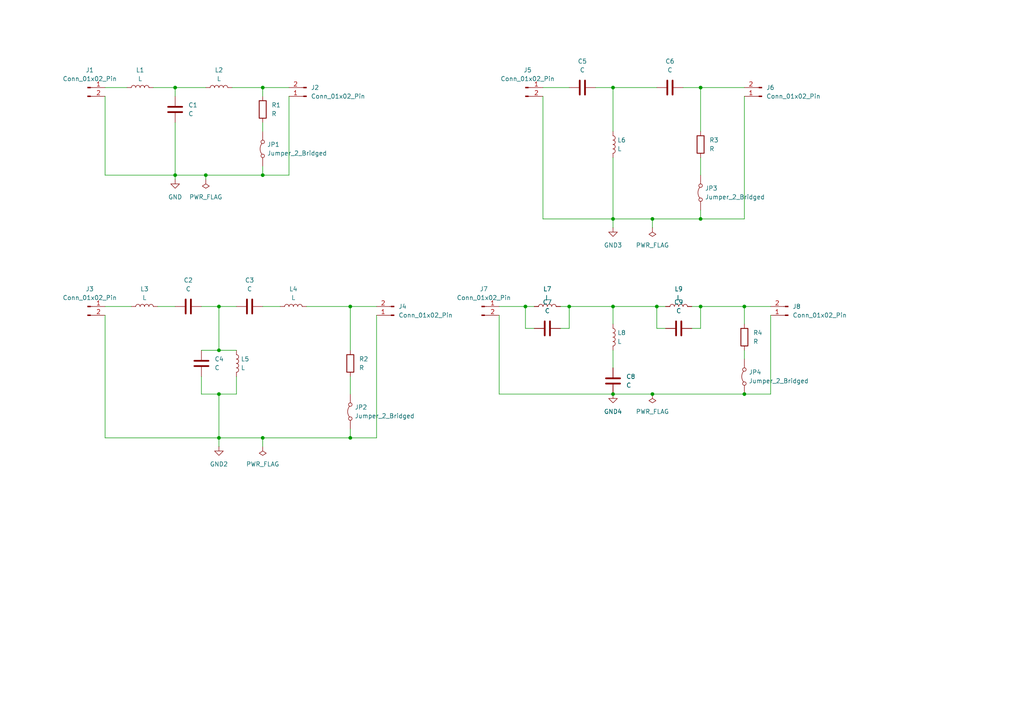
<source format=kicad_sch>
(kicad_sch (version 20231120) (generator "eeschema") (generator_version "8.0")
  (paper "A4")
  (title_block (title "Filtros PCB") (date "2024-08-28") (rev "Samuel Reyna") (company "Universidad Nacional Autonoma De Mexico"))
  (lib_symbols
    (symbol "Connector:Conn_01x02_Pin" (pin_names (offset 1.016) hide)
      (property "Reference" "J" (at 0 2.54 0))
      (property "Value" "Conn_01x02_Pin" (at 0 -5.08 0))
      (symbol "Conn_01x02_Pin_1_1"
        (polyline (pts (xy 1.27 -2.54) (xy 0.8636 -2.54)) (stroke (width 0.1524)))
        (polyline (pts (xy 1.27 0) (xy 0.8636 0)) (stroke (width 0.1524)))
        (rectangle (start 0.8636 -2.413) (end 0 -2.667) (stroke (width 0.1524)) (fill (type outline)))
        (rectangle (start 0.8636 0.127) (end 0 -0.127) (stroke (width 0.1524)) (fill (type outline)))
        (pin passive line (at 5.08 0 180) (length 3.81) (name "Pin_1") (number "1"))
        (pin passive line (at 5.08 -2.54 180) (length 3.81) (name "Pin_2") (number "2"))
      )
    )
    (symbol "Device:C" (pin_numbers hide) (pin_names (offset 0.254))
      (property "Reference" "C" (at 0.635 2.54 0))
      (property "Value" "C" (at 0.635 -2.54 0))
      (symbol "C_0_1"
        (polyline (pts (xy -2.032 -0.762) (xy 2.032 -0.762)) (stroke (width 0.508)))
        (polyline (pts (xy -2.032 0.762) (xy 2.032 0.762)) (stroke (width 0.508)))
      )
      (symbol "C_1_1"
        (pin passive line (at 0 3.81 270) (length 2.794) (name "~") (number "1"))
        (pin passive line (at 0 -3.81 90) (length 2.794) (name "~") (number "2"))
      )
    )
    (symbol "Device:L" (pin_numbers hide) (pin_names (offset 1.016) hide)
      (property "Reference" "L" (at -1.27 0 90))
      (property "Value" "L" (at 1.905 0 90))
      (symbol "L_0_1"
        (arc (start 0 -2.54) (mid 0.6323 -1.905) (end 0 -1.27))
        (arc (start 0 -1.27) (mid 0.6323 -0.635) (end 0 0))
        (arc (start 0 0) (mid 0.6323 0.635) (end 0 1.27))
        (arc (start 0 1.27) (mid 0.6323 1.905) (end 0 2.54))
      )
      (symbol "L_1_1"
        (pin passive line (at 0 3.81 270) (length 1.27) (name "1") (number "1"))
        (pin passive line (at 0 -3.81 90) (length 1.27) (name "2") (number "2"))
      )
    )
    (symbol "Device:R" (pin_numbers hide) (pin_names (offset 0))
      (property "Reference" "R" (at 2.032 0 90))
      (property "Value" "R" (at 0 0 90))
      (symbol "R_0_1"
        (rectangle (start -1.016 -2.54) (end 1.016 2.54) (stroke (width 0.254)))
      )
      (symbol "R_1_1"
        (pin passive line (at 0 3.81 270) (length 1.27) (name "~") (number "1"))
        (pin passive line (at 0 -3.81 90) (length 1.27) (name "~") (number "2"))
      )
    )
    (symbol "Jumper:Jumper_2_Bridged" (pin_numbers hide) (pin_names (offset 0) hide) (exclude_from_sim yes)
      (property "Reference" "JP" (at 0 1.905 0))
      (property "Value" "Jumper_2_Bridged" (at 0 -2.54 0))
      (symbol "Jumper_2_Bridged_0_0"
        (circle (center -2.032 0) (radius 0.508))
        (circle (center 2.032 0) (radius 0.508))
      )
      (symbol "Jumper_2_Bridged_0_1"
        (arc (start 1.524 0.254) (mid 0 0.762) (end -1.524 0.254))
      )
      (symbol "Jumper_2_Bridged_1_1"
        (pin passive line (at -5.08 0 0) (length 2.54) (name "A") (number "1"))
        (pin passive line (at 5.08 0 180) (length 2.54) (name "B") (number "2"))
      )
    )
    (symbol "power:GND" (power) (pin_numbers hide) (pin_names (offset 0) hide)
      (property "Value" "GND" (at 0 -3.81 0))
      (symbol "GND_0_1"
        (polyline (pts (xy 0 0) (xy 0 -1.27) (xy 1.27 -1.27) (xy 0 -2.54) (xy -1.27 -1.27) (xy 0 -1.27)))
      )
      (symbol "GND_1_1"
        (pin power_in line (at 0 0 270) (length 0) (name "~") (number "1"))
      )
    )
    (symbol "power:GND2" (power) (pin_numbers hide) (pin_names (offset 0) hide)
      (property "Value" "GND2" (at 0 -3.81 0))
      (symbol "GND2_0_1"
        (polyline (pts (xy 0 0) (xy 0 -1.27) (xy 1.27 -1.27) (xy 0 -2.54) (xy -1.27 -1.27) (xy 0 -1.27)))
      )
      (symbol "GND2_1_1"
        (pin power_in line (at 0 0 270) (length 0) (name "~") (number "1"))
      )
    )
    (symbol "power:GND3" (power) (pin_numbers hide) (pin_names (offset 0) hide)
      (property "Value" "GND3" (at 0 -3.81 0))
      (symbol "GND3_0_1"
        (polyline (pts (xy 0 0) (xy 0 -1.27) (xy 1.27 -1.27) (xy 0 -2.54) (xy -1.27 -1.27) (xy 0 -1.27)))
      )
      (symbol "GND3_1_1"
        (pin power_in line (at 0 0 270) (length 0) (name "~") (number "1"))
      )
    )
    (symbol "power:PWR_FLAG" (power) (pin_numbers hide) (pin_names (offset 0) hide)
      (property "Value" "PWR_FLAG" (at 0 3.81 0))
      (symbol "PWR_FLAG_0_0"
        (pin power_out line (at 0 0 90) (length 0) (name "~") (number "1"))
      )
      (symbol "PWR_FLAG_0_1"
        (polyline (pts (xy 0 0) (xy 0 1.27) (xy -1.016 1.905) (xy 0 2.54) (xy 1.016 1.905) (xy 0 1.27)))
      )
    )
  )
  (junction (at 177.8 114.3))
  (junction (at 76.2 50.8))
  (junction (at 190.5 88.9))
  (junction (at 189.23 114.3))
  (junction (at 177.8 88.9))
  (junction (at 63.5 88.9))
  (junction (at 203.2 25.4))
  (junction (at 76.2 25.4))
  (junction (at 101.6 88.9))
  (junction (at 63.5 114.3))
  (junction (at 215.9 88.9))
  (junction (at 63.5 101.6))
  (junction (at 177.8 25.4))
  (junction (at 50.8 50.8))
  (junction (at 177.8 63.5))
  (junction (at 59.69 50.8))
  (junction (at 152.4 88.9))
  (junction (at 50.8 25.4))
  (junction (at 101.6 127))
  (junction (at 203.2 88.9))
  (junction (at 76.2 127))
  (junction (at 63.5 127))
  (junction (at 203.2 63.5))
  (junction (at 215.9 114.3))
  (junction (at 189.23 63.5))
  (junction (at 165.1 88.9))
  (wire (pts (xy 200.66 88.9) (xy 203.2 88.9)))
  (wire (pts (xy 76.2 25.4) (xy 76.2 27.94)))
  (wire (pts (xy 63.5 127) (xy 76.2 127)))
  (wire (pts (xy 76.2 127) (xy 76.2 129.54)))
  (wire (pts (xy 63.5 127) (xy 30.48 127)))
  (wire (pts (xy 152.4 88.9) (xy 152.4 95.25)))
  (wire (pts (xy 177.8 63.5) (xy 177.8 66.04)))
  (wire (pts (xy 177.8 101.6) (xy 177.8 106.68)))
  (wire (pts (xy 203.2 60.96) (xy 203.2 63.5)))
  (wire (pts (xy 203.2 25.4) (xy 215.9 25.4)))
  (wire (pts (xy 215.9 114.3) (xy 223.52 114.3)))
  (wire (pts (xy 76.2 35.56) (xy 76.2 38.1)))
  (wire (pts (xy 157.48 25.4) (xy 165.1 25.4)))
  (wire (pts (xy 152.4 88.9) (xy 154.94 88.9)))
  (wire (pts (xy 109.22 91.44) (xy 109.22 127)))
  (wire (pts (xy 190.5 95.25) (xy 193.04 95.25)))
  (wire (pts (xy 198.12 25.4) (xy 203.2 25.4)))
  (wire (pts (xy 165.1 88.9) (xy 177.8 88.9)))
  (wire (pts (xy 63.5 101.6) (xy 68.58 101.6)))
  (wire (pts (xy 215.9 63.5) (xy 215.9 27.94)))
  (wire (pts (xy 50.8 52.07) (xy 50.8 50.8)))
  (wire (pts (xy 58.42 101.6) (xy 63.5 101.6)))
  (wire (pts (xy 88.9 88.9) (xy 101.6 88.9)))
  (wire (pts (xy 189.23 63.5) (xy 203.2 63.5)))
  (wire (pts (xy 203.2 88.9) (xy 215.9 88.9)))
  (wire (pts (xy 58.42 109.22) (xy 58.42 114.3)))
  (wire (pts (xy 177.8 25.4) (xy 190.5 25.4)))
  (wire (pts (xy 189.23 114.3) (xy 215.9 114.3)))
  (wire (pts (xy 177.8 88.9) (xy 177.8 93.98)))
  (wire (pts (xy 63.5 88.9) (xy 63.5 101.6)))
  (wire (pts (xy 177.8 114.3) (xy 189.23 114.3)))
  (wire (pts (xy 63.5 127) (xy 63.5 129.54)))
  (wire (pts (xy 152.4 95.25) (xy 154.94 95.25)))
  (wire (pts (xy 144.78 114.3) (xy 177.8 114.3)))
  (wire (pts (xy 144.78 88.9) (xy 152.4 88.9)))
  (wire (pts (xy 157.48 27.94) (xy 157.48 63.5)))
  (wire (pts (xy 162.56 88.9) (xy 165.1 88.9)))
  (wire (pts (xy 63.5 88.9) (xy 68.58 88.9)))
  (wire (pts (xy 30.48 50.8) (xy 50.8 50.8)))
  (wire (pts (xy 177.8 63.5) (xy 189.23 63.5)))
  (wire (pts (xy 165.1 88.9) (xy 165.1 95.25)))
  (wire (pts (xy 109.22 127) (xy 101.6 127)))
  (wire (pts (xy 83.82 50.8) (xy 83.82 27.94)))
  (wire (pts (xy 76.2 25.4) (xy 83.82 25.4)))
  (wire (pts (xy 162.56 95.25) (xy 165.1 95.25)))
  (wire (pts (xy 59.69 50.8) (xy 59.69 52.07)))
  (wire (pts (xy 203.2 45.72) (xy 203.2 50.8)))
  (wire (pts (xy 44.45 25.4) (xy 50.8 25.4)))
  (wire (pts (xy 223.52 114.3) (xy 223.52 91.44)))
  (wire (pts (xy 50.8 50.8) (xy 59.69 50.8)))
  (wire (pts (xy 215.9 88.9) (xy 215.9 93.98)))
  (wire (pts (xy 190.5 88.9) (xy 193.04 88.9)))
  (wire (pts (xy 58.42 88.9) (xy 63.5 88.9)))
  (wire (pts (xy 189.23 63.5) (xy 189.23 66.04)))
  (wire (pts (xy 45.72 88.9) (xy 50.8 88.9)))
  (wire (pts (xy 68.58 114.3) (xy 68.58 109.22)))
  (wire (pts (xy 190.5 88.9) (xy 190.5 95.25)))
  (wire (pts (xy 203.2 88.9) (xy 203.2 95.25)))
  (wire (pts (xy 30.48 88.9) (xy 38.1 88.9)))
  (wire (pts (xy 30.48 127) (xy 30.48 91.44)))
  (wire (pts (xy 63.5 114.3) (xy 68.58 114.3)))
  (wire (pts (xy 177.8 38.1) (xy 177.8 25.4)))
  (wire (pts (xy 101.6 127) (xy 101.6 124.46)))
  (wire (pts (xy 76.2 48.26) (xy 76.2 50.8)))
  (wire (pts (xy 76.2 50.8) (xy 83.82 50.8)))
  (wire (pts (xy 177.8 45.72) (xy 177.8 63.5)))
  (wire (pts (xy 144.78 91.44) (xy 144.78 114.3)))
  (wire (pts (xy 50.8 25.4) (xy 59.69 25.4)))
  (wire (pts (xy 157.48 63.5) (xy 177.8 63.5)))
  (wire (pts (xy 215.9 88.9) (xy 223.52 88.9)))
  (wire (pts (xy 203.2 63.5) (xy 215.9 63.5)))
  (wire (pts (xy 76.2 127) (xy 101.6 127)))
  (wire (pts (xy 50.8 35.56) (xy 50.8 50.8)))
  (wire (pts (xy 101.6 88.9) (xy 101.6 101.6)))
  (wire (pts (xy 67.31 25.4) (xy 76.2 25.4)))
  (wire (pts (xy 215.9 101.6) (xy 215.9 104.14)))
  (wire (pts (xy 203.2 25.4) (xy 203.2 38.1)))
  (wire (pts (xy 63.5 114.3) (xy 63.5 127)))
  (wire (pts (xy 101.6 109.22) (xy 101.6 114.3)))
  (wire (pts (xy 59.69 50.8) (xy 76.2 50.8)))
  (wire (pts (xy 76.2 88.9) (xy 81.28 88.9)))
  (wire (pts (xy 101.6 88.9) (xy 109.22 88.9)))
  (wire (pts (xy 177.8 88.9) (xy 190.5 88.9)))
  (wire (pts (xy 30.48 25.4) (xy 36.83 25.4)))
  (wire (pts (xy 30.48 27.94) (xy 30.48 50.8)))
  (wire (pts (xy 200.66 95.25) (xy 203.2 95.25)))
  (wire (pts (xy 58.42 114.3) (xy 63.5 114.3)))
  (wire (pts (xy 50.8 25.4) (xy 50.8 27.94)))
  (wire (pts (xy 172.72 25.4) (xy 177.8 25.4)))
  (symbol (lib_id "Device:L") (at 177.8 41.91 0) (unit 1)
    (property "Reference" "L6" (at 179.07 40.6399 0) (effects (justify left)))
    (property "Value" "L" (at 179.07 43.1799 0) (effects (justify left)))
    (property "Footprint" "Inductor_SMD:L_0201_0603Metric" (effects (hide yes)))
    (property "Description" "Inductor" (effects (hide yes)))
  )
  (symbol (lib_id "Connector:Conn_01x02_Pin") (at 114.3 91.44 180) (unit 1)
    (property "Reference" "J4" (at 115.57 88.8999 0) (effects (justify right)))
    (property "Value" "Conn_01x02_Pin" (at 115.57 91.4399 0) (effects (justify right)))
    (property "Footprint" "Connector_PinHeader_1.00mm:PinHeader_1x02_P1.00mm_Horizontal" (effects (hide yes)))
    (property "Description" "Generic connector, single row, 01x02, script generated" (effects (hide yes)))
  )
  (symbol (lib_id "Connector:Conn_01x02_Pin") (at 88.9 27.94 180) (unit 1)
    (property "Reference" "J2" (at 90.17 25.3999 0) (effects (justify right)))
    (property "Value" "Conn_01x02_Pin" (at 90.17 27.9399 0) (effects (justify right)))
    (property "Footprint" "Connector_PinHeader_1.00mm:PinHeader_1x02_P1.00mm_Horizontal" (effects (hide yes)))
    (property "Description" "Generic connector, single row, 01x02, script generated" (effects (hide yes)))
  )
  (symbol (lib_id "Connector:Conn_01x02_Pin") (at 25.4 88.9 0) (unit 1)
    (property "Reference" "J3" (at 26.035 83.82 0))
    (property "Value" "Conn_01x02_Pin" (at 26.035 86.36 0))
    (property "Footprint" "Connector_PinHeader_1.00mm:PinHeader_1x02_P1.00mm_Horizontal" (effects (hide yes)))
    (property "Description" "Generic connector, single row, 01x02, script generated" (effects (hide yes)))
  )
  (symbol (lib_id "Device:R") (at 76.2 31.75 0) (unit 1)
    (property "Reference" "R1" (at 78.74 30.4799 0) (effects (justify left)))
    (property "Value" "R" (at 78.74 33.0199 0) (effects (justify left)))
    (property "Footprint" "Resistor_SMD:R_0201_0603Metric" (effects (hide yes)))
    (property "Description" "Resistor" (effects (hide yes)))
  )
  (symbol (lib_id "Device:L") (at 196.85 88.9 90) (unit 1)
    (property "Reference" "L9" (at 196.85 83.82 90))
    (property "Value" "L" (at 196.85 86.36 90))
    (property "Footprint" "Inductor_SMD:L_0201_0603Metric" (effects (hide yes)))
    (property "Description" "Inductor" (effects (hide yes)))
  )
  (symbol (lib_id "Device:C") (at 58.42 105.41 0) (unit 1)
    (property "Reference" "C4" (at 62.23 104.1399 0) (effects (justify left)))
    (property "Value" "C" (at 62.23 106.6799 0) (effects (justify left)))
    (property "Footprint" "Capacitor_SMD:C_0201_0603Metric" (effects (hide yes)))
    (property "Description" "Unpolarized capacitor" (effects (hide yes)))
  )
  (symbol (lib_id "Jumper:Jumper_2_Bridged") (at 203.2 55.88 90) (unit 1) (exclude_from_sim yes)
    (property "Reference" "JP3" (at 204.47 54.6099 90) (effects (justify right)))
    (property "Value" "Jumper_2_Bridged" (at 204.47 57.1499 90) (effects (justify right)))
    (property "Footprint" "TestPoint:TestPoint_2Pads_Pitch2.54mm_Drill0.8mm" (effects (hide yes)))
    (property "Description" "Jumper, 2-pole, closed/bridged" (effects (hide yes)))
  )
  (symbol (lib_id "Device:L") (at 63.5 25.4 90) (unit 1)
    (property "Reference" "L2" (at 63.5 20.32 90))
    (property "Value" "L" (at 63.5 22.86 90))
    (property "Footprint" "Inductor_SMD:L_0201_0603Metric" (effects (hide yes)))
    (property "Description" "Inductor" (effects (hide yes)))
  )
  (symbol (lib_id "Device:C") (at 168.91 25.4 90) (unit 1)
    (property "Reference" "C5" (at 168.91 17.78 90))
    (property "Value" "C" (at 168.91 20.32 90))
    (property "Footprint" "Capacitor_SMD:C_0201_0603Metric" (effects (hide yes)))
    (property "Description" "Unpolarized capacitor" (effects (hide yes)))
  )
  (symbol (lib_id "Device:L") (at 41.91 88.9 90) (unit 1)
    (property "Reference" "L3" (at 41.91 83.82 90))
    (property "Value" "L" (at 41.91 86.36 90))
    (property "Footprint" "Inductor_SMD:L_0201_0603Metric" (effects (hide yes)))
    (property "Description" "Inductor" (effects (hide yes)))
  )
  (symbol (lib_id "Jumper:Jumper_2_Bridged") (at 215.9 109.22 90) (unit 1) (exclude_from_sim yes)
    (property "Reference" "JP4" (at 217.17 107.9499 90) (effects (justify right)))
    (property "Value" "Jumper_2_Bridged" (at 217.17 110.4899 90) (effects (justify right)))
    (property "Footprint" "TestPoint:TestPoint_2Pads_Pitch2.54mm_Drill0.8mm" (effects (hide yes)))
    (property "Description" "Jumper, 2-pole, closed/bridged" (effects (hide yes)))
  )
  (symbol (lib_id "Device:C") (at 50.8 31.75 0) (unit 1)
    (property "Reference" "C1" (at 54.61 30.4799 0) (effects (justify left)))
    (property "Value" "C" (at 54.61 33.0199 0) (effects (justify left)))
    (property "Footprint" "Capacitor_SMD:C_0201_0603Metric" (effects (hide yes)))
    (property "Description" "Unpolarized capacitor" (effects (hide yes)))
  )
  (symbol (lib_id "power:GND") (at 177.8 114.3 0) (unit 1)
    (property "Reference" "#PWR04" (effects (hide yes)))
    (property "Value" "GND4" (at 177.8 119.38 0))
    (property "Description" "Power symbol creates a global label with name \"GND\" , ground" (effects (hide yes)))
  )
  (symbol (lib_id "Connector:Conn_01x02_Pin") (at 228.6 91.44 180) (unit 1)
    (property "Reference" "J8" (at 229.87 88.8999 0) (effects (justify right)))
    (property "Value" "Conn_01x02_Pin" (at 229.87 91.4399 0) (effects (justify right)))
    (property "Footprint" "Connector_PinHeader_1.00mm:PinHeader_1x02_P1.00mm_Horizontal" (effects (hide yes)))
    (property "Description" "Generic connector, single row, 01x02, script generated" (effects (hide yes)))
  )
  (symbol (lib_id "Device:C") (at 72.39 88.9 90) (unit 1)
    (property "Reference" "C3" (at 72.39 81.28 90))
    (property "Value" "C" (at 72.39 83.82 90))
    (property "Footprint" "Capacitor_SMD:C_0201_0603Metric" (effects (hide yes)))
    (property "Description" "Unpolarized capacitor" (effects (hide yes)))
  )
  (symbol (lib_id "power:GND") (at 50.8 52.07 0) (unit 1)
    (property "Reference" "#PWR01" (effects (hide yes)))
    (property "Value" "GND" (at 50.8 57.15 0))
    (property "Description" "Power symbol creates a global label with name \"GND\" , ground" (effects (hide yes)))
  )
  (symbol (lib_id "Device:L") (at 85.09 88.9 90) (unit 1)
    (property "Reference" "L4" (at 85.09 83.82 90))
    (property "Value" "L" (at 85.09 86.36 90))
    (property "Footprint" "Inductor_SMD:L_0201_0603Metric" (effects (hide yes)))
    (property "Description" "Inductor" (effects (hide yes)))
  )
  (symbol (lib_id "Connector:Conn_01x02_Pin") (at 25.4 25.4 0) (unit 1)
    (property "Reference" "J1" (at 26.035 20.32 0))
    (property "Value" "Conn_01x02_Pin" (at 26.035 22.86 0))
    (property "Footprint" "Connector_PinHeader_1.00mm:PinHeader_1x02_P1.00mm_Horizontal" (effects (hide yes)))
    (property "Description" "Generic connector, single row, 01x02, script generated" (effects (hide yes)))
  )
  (symbol (lib_id "Device:R") (at 101.6 105.41 0) (unit 1)
    (property "Reference" "R2" (at 104.14 104.1399 0) (effects (justify left)))
    (property "Value" "R" (at 104.14 106.6799 0) (effects (justify left)))
    (property "Footprint" "Resistor_SMD:R_0201_0603Metric" (effects (hide yes)))
    (property "Description" "Resistor" (effects (hide yes)))
  )
  (symbol (lib_id "Device:C") (at 194.31 25.4 90) (unit 1)
    (property "Reference" "C6" (at 194.31 17.78 90))
    (property "Value" "C" (at 194.31 20.32 90))
    (property "Footprint" "Capacitor_SMD:C_0201_0603Metric" (effects (hide yes)))
    (property "Description" "Unpolarized capacitor" (effects (hide yes)))
  )
  (symbol (lib_id "power:PWR_FLAG") (at 189.23 66.04 180) (unit 1)
    (property "Reference" "#FLG03" (effects (hide yes)))
    (property "Value" "PWR_FLAG" (at 189.23 71.12 0))
    (property "Description" "Special symbol for telling ERC where power comes from" (effects (hide yes)))
  )
  (symbol (lib_id "power:PWR_FLAG") (at 189.23 114.3 180) (unit 1)
    (property "Reference" "#FLG04" (effects (hide yes)))
    (property "Value" "PWR_FLAG" (at 189.23 119.38 0))
    (property "Description" "Special symbol for telling ERC where power comes from" (effects (hide yes)))
  )
  (symbol (lib_id "Device:C") (at 177.8 110.49 0) (unit 1)
    (property "Reference" "C8" (at 181.61 109.2199 0) (effects (justify left)))
    (property "Value" "C" (at 181.61 111.7599 0) (effects (justify left)))
    (property "Footprint" "Capacitor_SMD:C_0201_0603Metric" (effects (hide yes)))
    (property "Description" "Unpolarized capacitor" (effects (hide yes)))
  )
  (symbol (lib_id "Jumper:Jumper_2_Bridged") (at 76.2 43.18 90) (unit 1) (exclude_from_sim yes)
    (property "Reference" "JP1" (at 77.47 41.9099 90) (effects (justify right)))
    (property "Value" "Jumper_2_Bridged" (at 77.47 44.4499 90) (effects (justify right)))
    (property "Footprint" "TestPoint:TestPoint_2Pads_Pitch2.54mm_Drill0.8mm" (effects (hide yes)))
    (property "Description" "Jumper, 2-pole, closed/bridged" (effects (hide yes)))
  )
  (symbol (lib_id "power:PWR_FLAG") (at 76.2 129.54 180) (unit 1)
    (property "Reference" "#FLG02" (effects (hide yes)))
    (property "Value" "PWR_FLAG" (at 76.2 134.62 0))
    (property "Description" "Special symbol for telling ERC where power comes from" (effects (hide yes)))
  )
  (symbol (lib_id "power:GND3") (at 177.8 66.04 0) (unit 1)
    (property "Reference" "#PWR02" (effects (hide yes)))
    (property "Value" "GND3" (at 177.8 71.12 0))
    (property "Description" "Power symbol creates a global label with name \"GND3\" , ground" (effects (hide yes)))
  )
  (symbol (lib_id "Device:C") (at 158.75 95.25 90) (unit 1)
    (property "Reference" "C7" (at 158.75 87.63 90))
    (property "Value" "C" (at 158.75 90.17 90))
    (property "Footprint" "Capacitor_SMD:C_0201_0603Metric" (effects (hide yes)))
    (property "Description" "Unpolarized capacitor" (effects (hide yes)))
  )
  (symbol (lib_id "Device:C") (at 54.61 88.9 90) (unit 1)
    (property "Reference" "C2" (at 54.61 81.28 90))
    (property "Value" "C" (at 54.61 83.82 90))
    (property "Footprint" "Capacitor_SMD:C_0201_0603Metric" (effects (hide yes)))
    (property "Description" "Unpolarized capacitor" (effects (hide yes)))
  )
  (symbol (lib_id "Device:R") (at 215.9 97.79 0) (unit 1)
    (property "Reference" "R4" (at 218.44 96.5199 0) (effects (justify left)))
    (property "Value" "R" (at 218.44 99.0599 0) (effects (justify left)))
    (property "Footprint" "Resistor_SMD:R_0201_0603Metric" (effects (hide yes)))
    (property "Description" "Resistor" (effects (hide yes)))
  )
  (symbol (lib_id "Device:L") (at 40.64 25.4 90) (unit 1)
    (property "Reference" "L1" (at 40.64 20.32 90))
    (property "Value" "L" (at 40.64 22.86 90))
    (property "Footprint" "Inductor_SMD:L_0201_0603Metric" (effects (hide yes)))
    (property "Description" "Inductor" (effects (hide yes)))
  )
  (symbol (lib_id "Connector:Conn_01x02_Pin") (at 139.7 88.9 0) (unit 1)
    (property "Reference" "J7" (at 140.335 83.82 0))
    (property "Value" "Conn_01x02_Pin" (at 140.335 86.36 0))
    (property "Footprint" "Connector_PinHeader_1.00mm:PinHeader_1x02_P1.00mm_Horizontal" (effects (hide yes)))
    (property "Description" "Generic connector, single row, 01x02, script generated" (effects (hide yes)))
  )
  (symbol (lib_id "Device:C") (at 196.85 95.25 90) (unit 1)
    (property "Reference" "C9" (at 196.85 87.63 90))
    (property "Value" "C" (at 196.85 90.17 90))
    (property "Footprint" "Capacitor_SMD:C_0201_0603Metric" (effects (hide yes)))
    (property "Description" "Unpolarized capacitor" (effects (hide yes)))
  )
  (symbol (lib_id "power:PWR_FLAG") (at 59.69 52.07 180) (unit 1)
    (property "Reference" "#FLG01" (effects (hide yes)))
    (property "Value" "PWR_FLAG" (at 59.69 57.15 0))
    (property "Description" "Special symbol for telling ERC where power comes from" (effects (hide yes)))
  )
  (symbol (lib_id "Device:L") (at 177.8 97.79 0) (unit 1)
    (property "Reference" "L8" (at 179.07 96.5199 0) (effects (justify left)))
    (property "Value" "L" (at 179.07 99.0599 0) (effects (justify left)))
    (property "Footprint" "Inductor_SMD:L_0201_0603Metric" (effects (hide yes)))
    (property "Description" "Inductor" (effects (hide yes)))
  )
  (symbol (lib_id "Connector:Conn_01x02_Pin") (at 220.98 27.94 180) (unit 1)
    (property "Reference" "J6" (at 222.25 25.3999 0) (effects (justify right)))
    (property "Value" "Conn_01x02_Pin" (at 222.25 27.9399 0) (effects (justify right)))
    (property "Footprint" "Connector_PinHeader_1.00mm:PinHeader_1x02_P1.00mm_Horizontal" (effects (hide yes)))
    (property "Description" "Generic connector, single row, 01x02, script generated" (effects (hide yes)))
  )
  (symbol (lib_id "Device:L") (at 68.58 105.41 0) (unit 1)
    (property "Reference" "L5" (at 69.85 104.1399 0) (effects (justify left)))
    (property "Value" "L" (at 69.85 106.6799 0) (effects (justify left)))
    (property "Footprint" "Inductor_SMD:L_0201_0603Metric" (effects (hide yes)))
    (property "Description" "Inductor" (effects (hide yes)))
  )
  (symbol (lib_id "Device:L") (at 158.75 88.9 90) (unit 1)
    (property "Reference" "L7" (at 158.75 83.82 90))
    (property "Value" "L" (at 158.75 86.36 90))
    (property "Footprint" "Inductor_SMD:L_0201_0603Metric" (effects (hide yes)))
    (property "Description" "Inductor" (effects (hide yes)))
  )
  (symbol (lib_id "power:GND2") (at 63.5 129.54 0) (unit 1)
    (property "Reference" "#PWR05" (effects (hide yes)))
    (property "Value" "GND2" (at 63.5 134.62 0))
    (property "Description" "Power symbol creates a global label with name \"GND2\" , ground" (effects (hide yes)))
  )
  (symbol (lib_id "Device:R") (at 203.2 41.91 0) (unit 1)
    (property "Reference" "R3" (at 205.74 40.6399 0) (effects (justify left)))
    (property "Value" "R" (at 205.74 43.1799 0) (effects (justify left)))
    (property "Footprint" "Resistor_SMD:R_0201_0603Metric" (effects (hide yes)))
    (property "Description" "Resistor" (effects (hide yes)))
  )
  (symbol (lib_id "Connector:Conn_01x02_Pin") (at 152.4 25.4 0) (unit 1)
    (property "Reference" "J5" (at 153.035 20.32 0))
    (property "Value" "Conn_01x02_Pin" (at 153.035 22.86 0))
    (property "Footprint" "Connector_PinHeader_1.00mm:PinHeader_1x02_P1.00mm_Horizontal" (effects (hide yes)))
    (property "Description" "Generic connector, single row, 01x02, script generated" (effects (hide yes)))
  )
  (symbol (lib_id "Jumper:Jumper_2_Bridged") (at 101.6 119.38 90) (unit 1) (exclude_from_sim yes)
    (property "Reference" "JP2" (at 102.87 118.1099 90) (effects (justify right)))
    (property "Value" "Jumper_2_Bridged" (at 102.87 120.6499 90) (effects (justify right)))
    (property "Footprint" "TestPoint:TestPoint_2Pads_Pitch2.54mm_Drill0.8mm" (effects (hide yes)))
    (property "Description" "Jumper, 2-pole, closed/bridged" (effects (hide yes)))
  )
)
</source>
